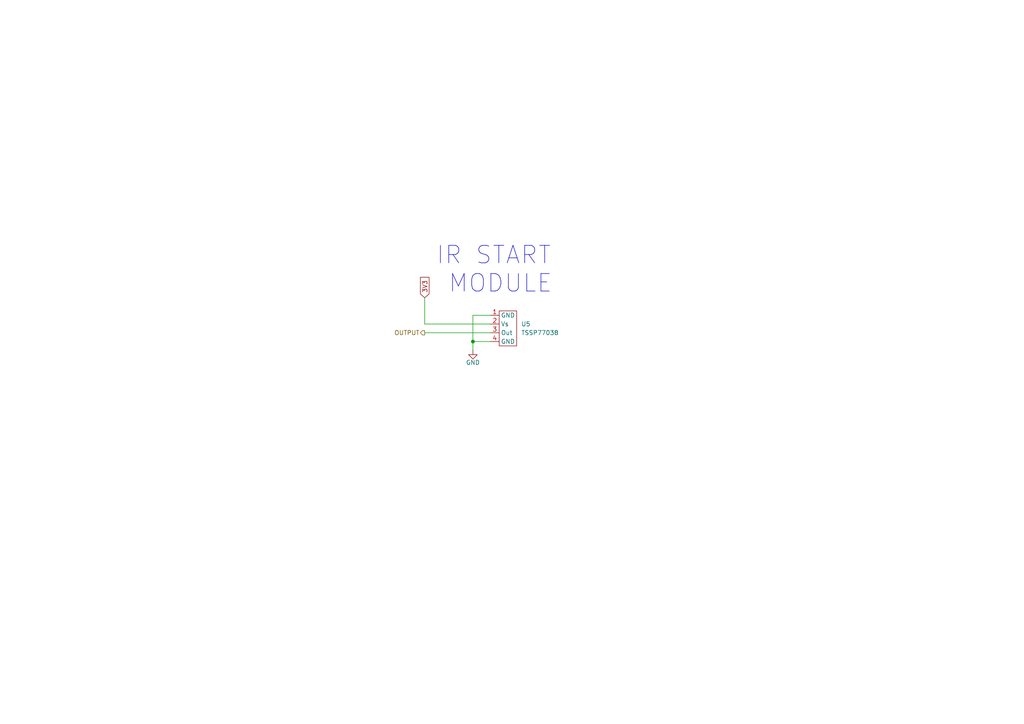
<source format=kicad_sch>
(kicad_sch (version 20250114) (generator "eeschema") (generator_version "9.0")
  (paper "A4")
  (title_block (title "Rabosa Micromouse") (rev "1.0") (company "XorvaLabs ") (comment 1 "Schematic design based on Green Ye's Green Giant 5.19V micromouse") (comment 2 "And in OPRobots streams"))
  (lib_symbols
    (symbol "power:GND" (power) (pin_numbers (hide yes)) (pin_names (offset 0) (hide yes))
      (property "Value" "GND" (at 0 -3.81 0))
      (symbol "GND_0_1"
        (polyline (pts (xy 0 0) (xy 0 -1.27) (xy 1.27 -1.27) (xy 0 -2.54) (xy -1.27 -1.27) (xy 0 -1.27)))
      )
      (symbol "GND_1_1"
        (pin power_in line (at 0 0 270) (length 0) (name "~") (number "1"))
      )
    )
    (symbol "sensors:TSSP77038ETR"
      (property "Reference" "U" (at 0 -2.286 0))
      (symbol "TSSP77038ETR_0_1"
        (rectangle (start -1.27 8.89) (end 3.81 -1.27))
      )
      (symbol "TSSP77038ETR_1_1"
        (pin power_out line (at -3.81 7.62 0) (length 2.54) (name "GND") (number "1"))
        (pin power_in line (at -3.81 5.08 0) (length 2.54) (name "Vs") (number "2"))
        (pin output line (at -3.81 2.54 0) (length 2.54) (name "Out") (number "3"))
        (pin power_out line (at -3.81 0 0) (length 2.54) (name "GND") (number "4"))
      )
    )
  )
  (text "IR START \nMODULE" (at 145.161 78.232 0) (effects (font (size 5.08 5.08))))
  (junction (at 137.16 99.06))
  (wire (pts (xy 142.24 99.06) (xy 137.16 99.06)))
  (wire (pts (xy 123.19 86.36) (xy 123.19 93.98)))
  (wire (pts (xy 137.16 91.44) (xy 137.16 99.06)))
  (wire (pts (xy 123.19 93.98) (xy 142.24 93.98)))
  (wire (pts (xy 123.19 96.52) (xy 142.24 96.52)))
  (wire (pts (xy 137.16 99.06) (xy 137.16 101.6)))
  (wire (pts (xy 142.24 91.44) (xy 137.16 91.44)))
  (global_label "3V3" (shape input) (at 123.19 86.36 90) (property "Intersheetrefs" "${INTERSHEET_REFS}" (effects (hide yes))))
  (hierarchical_label "OUTPUT" (shape output) (at 123.19 96.52 180))
  (symbol (lib_id "sensors:TSSP77038ETR") (at 146.05 99.06 0) (unit 1)
    (property "Reference" "U5" (at 151.13 93.9799 0) (effects (justify left)))
    (property "Value" "TSSP77038" (at 151.13 96.5199 0) (effects (justify left)))
    (property "Footprint" "pcb_sensor:TSSP770xx" (effects (hide yes)))
    (property "Datasheet" "https://www.vishay.com/docs/82470/tssp770.pdf" (effects (hide yes)))
    (property "JLCPCB Part #" "C6561290" (effects (hide yes)))
  )
  (symbol (lib_id "power:GND") (at 137.16 101.6 0) (unit 1)
    (property "Reference" "#PWR094" (effects (hide yes)))
    (property "Value" "GND" (at 137.16 105.156 0))
    (property "Description" "Power symbol creates a global label with name \"GND\" , ground" (effects (hide yes)))
  )
)
</source>
